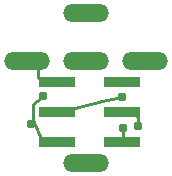
<source format=gtl>
G04 (created by PCBNEW (2013-jul-07)-stable) date Fri 20 Feb 2015 12:40:47 AM EST*
%MOIN*%
G04 Gerber Fmt 3.4, Leading zero omitted, Abs format*
%FSLAX34Y34*%
G01*
G70*
G90*
G04 APERTURE LIST*
%ADD10C,0.00590551*%
%ADD11R,0.119X0.038*%
%ADD12O,0.153543X0.0590551*%
%ADD13C,0.031*%
%ADD14C,0.0095*%
G04 APERTURE END LIST*
G54D10*
G54D11*
X38390Y-21490D03*
X38390Y-20490D03*
X38390Y-19490D03*
X40570Y-21490D03*
X40570Y-20490D03*
X40570Y-19490D03*
G54D12*
X37401Y-18799D03*
X39370Y-18799D03*
X41338Y-18799D03*
X39370Y-17185D03*
X39370Y-22185D03*
G54D13*
X37536Y-20880D03*
X37945Y-19964D03*
X40599Y-21034D03*
X40552Y-19978D03*
X40332Y-19527D03*
X41092Y-20951D03*
G54D14*
X37676Y-20914D02*
X37676Y-20914D01*
X37570Y-20914D02*
X37676Y-20914D01*
X37536Y-20880D02*
X37570Y-20914D01*
X37716Y-20109D02*
X37945Y-19964D01*
X37604Y-20221D02*
X37716Y-20109D01*
X37604Y-20601D02*
X37604Y-20221D01*
X37604Y-20758D02*
X37604Y-20601D01*
X37842Y-21280D02*
X37676Y-20914D01*
X37676Y-20914D02*
X37604Y-20758D01*
X37842Y-21300D02*
X37842Y-21280D01*
X37842Y-21347D02*
X37842Y-21300D01*
X38390Y-21490D02*
X37842Y-21347D01*
X37747Y-18799D02*
X37401Y-18799D01*
X37747Y-19319D02*
X37747Y-18799D01*
X37775Y-19347D02*
X37747Y-19319D01*
X37795Y-19347D02*
X37775Y-19347D01*
X37842Y-19347D02*
X37795Y-19347D01*
X38390Y-19490D02*
X37842Y-19347D01*
X40599Y-21347D02*
X40570Y-21490D01*
X40599Y-21300D02*
X40599Y-21347D01*
X40599Y-21034D02*
X40599Y-21300D01*
X38937Y-20347D02*
X38390Y-20490D01*
X38985Y-20347D02*
X38937Y-20347D01*
X39004Y-20347D02*
X38985Y-20347D01*
X39896Y-20109D02*
X39004Y-20347D01*
X40552Y-19978D02*
X39896Y-20109D01*
X40332Y-19490D02*
X40570Y-19490D01*
X40332Y-19527D02*
X40332Y-19490D01*
X41092Y-20632D02*
X40570Y-20490D01*
X41092Y-20680D02*
X41092Y-20632D01*
X41092Y-20951D02*
X41092Y-20680D01*
M02*

</source>
